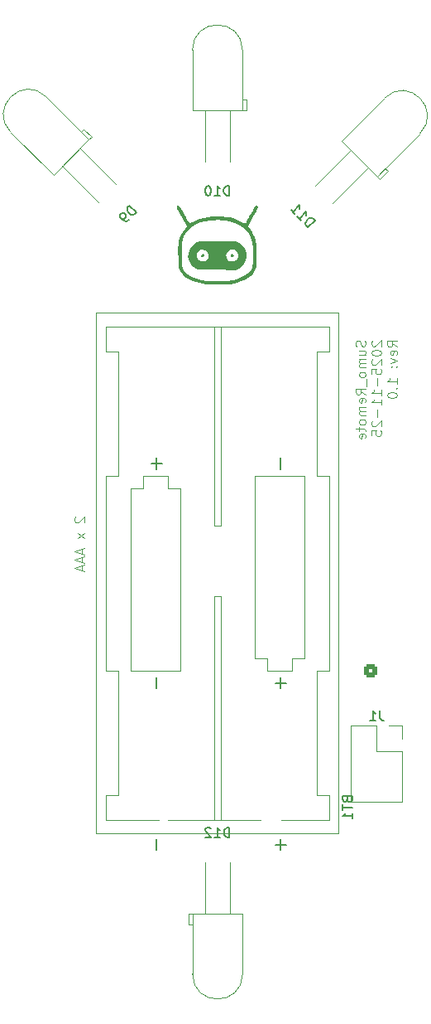
<source format=gbr>
%TF.GenerationSoftware,KiCad,Pcbnew,9.0.0*%
%TF.CreationDate,2025-12-02T16:05:52+02:00*%
%TF.ProjectId,Start_Stop_Remote,53746172-745f-4537-946f-705f52656d6f,rev?*%
%TF.SameCoordinates,Original*%
%TF.FileFunction,Legend,Bot*%
%TF.FilePolarity,Positive*%
%FSLAX46Y46*%
G04 Gerber Fmt 4.6, Leading zero omitted, Abs format (unit mm)*
G04 Created by KiCad (PCBNEW 9.0.0) date 2025-12-02 16:05:52*
%MOMM*%
%LPD*%
G01*
G04 APERTURE LIST*
G04 Aperture macros list*
%AMRoundRect*
0 Rectangle with rounded corners*
0 $1 Rounding radius*
0 $2 $3 $4 $5 $6 $7 $8 $9 X,Y pos of 4 corners*
0 Add a 4 corners polygon primitive as box body*
4,1,4,$2,$3,$4,$5,$6,$7,$8,$9,$2,$3,0*
0 Add four circle primitives for the rounded corners*
1,1,$1+$1,$2,$3*
1,1,$1+$1,$4,$5*
1,1,$1+$1,$6,$7*
1,1,$1+$1,$8,$9*
0 Add four rect primitives between the rounded corners*
20,1,$1+$1,$2,$3,$4,$5,0*
20,1,$1+$1,$4,$5,$6,$7,0*
20,1,$1+$1,$6,$7,$8,$9,0*
20,1,$1+$1,$8,$9,$2,$3,0*%
%AMRotRect*
0 Rectangle, with rotation*
0 The origin of the aperture is its center*
0 $1 length*
0 $2 width*
0 $3 Rotation angle, in degrees counterclockwise*
0 Add horizontal line*
21,1,$1,$2,0,0,$3*%
G04 Aperture macros list end*
%ADD10C,0.100000*%
%ADD11C,0.150000*%
%ADD12C,0.120000*%
%ADD13C,0.000000*%
%ADD14C,0.800000*%
%ADD15C,6.400000*%
%ADD16RoundRect,0.250000X0.450000X-0.450000X0.450000X0.450000X-0.450000X0.450000X-0.450000X-0.450000X0*%
%ADD17C,1.400000*%
%ADD18R,1.800000X1.800000*%
%ADD19C,1.800000*%
%ADD20R,1.700000X1.700000*%
%ADD21O,1.700000X1.700000*%
%ADD22RotRect,1.800000X1.800000X45.000000*%
%ADD23C,3.450000*%
%ADD24R,2.000000X2.000000*%
%ADD25C,2.000000*%
%ADD26RotRect,1.800000X1.800000X315.000000*%
G04 APERTURE END LIST*
D10*
X10467657Y-41256265D02*
X10420038Y-41303884D01*
X10420038Y-41303884D02*
X10372419Y-41399122D01*
X10372419Y-41399122D02*
X10372419Y-41637217D01*
X10372419Y-41637217D02*
X10420038Y-41732455D01*
X10420038Y-41732455D02*
X10467657Y-41780074D01*
X10467657Y-41780074D02*
X10562895Y-41827693D01*
X10562895Y-41827693D02*
X10658133Y-41827693D01*
X10658133Y-41827693D02*
X10800990Y-41780074D01*
X10800990Y-41780074D02*
X11372419Y-41208646D01*
X11372419Y-41208646D02*
X11372419Y-41827693D01*
X11372419Y-42922932D02*
X10705752Y-43446741D01*
X10705752Y-42922932D02*
X11372419Y-43446741D01*
X11086704Y-44541980D02*
X11086704Y-45018170D01*
X11372419Y-44446742D02*
X10372419Y-44780075D01*
X10372419Y-44780075D02*
X11372419Y-45113408D01*
X11086704Y-45399123D02*
X11086704Y-45875313D01*
X11372419Y-45303885D02*
X10372419Y-45637218D01*
X10372419Y-45637218D02*
X11372419Y-45970551D01*
X11086704Y-46256266D02*
X11086704Y-46732456D01*
X11372419Y-46161028D02*
X10372419Y-46494361D01*
X10372419Y-46494361D02*
X11372419Y-46827694D01*
X40104912Y-23256265D02*
X40152531Y-23399122D01*
X40152531Y-23399122D02*
X40152531Y-23637217D01*
X40152531Y-23637217D02*
X40104912Y-23732455D01*
X40104912Y-23732455D02*
X40057292Y-23780074D01*
X40057292Y-23780074D02*
X39962054Y-23827693D01*
X39962054Y-23827693D02*
X39866816Y-23827693D01*
X39866816Y-23827693D02*
X39771578Y-23780074D01*
X39771578Y-23780074D02*
X39723959Y-23732455D01*
X39723959Y-23732455D02*
X39676340Y-23637217D01*
X39676340Y-23637217D02*
X39628721Y-23446741D01*
X39628721Y-23446741D02*
X39581102Y-23351503D01*
X39581102Y-23351503D02*
X39533483Y-23303884D01*
X39533483Y-23303884D02*
X39438245Y-23256265D01*
X39438245Y-23256265D02*
X39343007Y-23256265D01*
X39343007Y-23256265D02*
X39247769Y-23303884D01*
X39247769Y-23303884D02*
X39200150Y-23351503D01*
X39200150Y-23351503D02*
X39152531Y-23446741D01*
X39152531Y-23446741D02*
X39152531Y-23684836D01*
X39152531Y-23684836D02*
X39200150Y-23827693D01*
X39485864Y-24684836D02*
X40152531Y-24684836D01*
X39485864Y-24256265D02*
X40009673Y-24256265D01*
X40009673Y-24256265D02*
X40104912Y-24303884D01*
X40104912Y-24303884D02*
X40152531Y-24399122D01*
X40152531Y-24399122D02*
X40152531Y-24541979D01*
X40152531Y-24541979D02*
X40104912Y-24637217D01*
X40104912Y-24637217D02*
X40057292Y-24684836D01*
X40152531Y-25161027D02*
X39485864Y-25161027D01*
X39581102Y-25161027D02*
X39533483Y-25208646D01*
X39533483Y-25208646D02*
X39485864Y-25303884D01*
X39485864Y-25303884D02*
X39485864Y-25446741D01*
X39485864Y-25446741D02*
X39533483Y-25541979D01*
X39533483Y-25541979D02*
X39628721Y-25589598D01*
X39628721Y-25589598D02*
X40152531Y-25589598D01*
X39628721Y-25589598D02*
X39533483Y-25637217D01*
X39533483Y-25637217D02*
X39485864Y-25732455D01*
X39485864Y-25732455D02*
X39485864Y-25875312D01*
X39485864Y-25875312D02*
X39533483Y-25970551D01*
X39533483Y-25970551D02*
X39628721Y-26018170D01*
X39628721Y-26018170D02*
X40152531Y-26018170D01*
X40152531Y-26637217D02*
X40104912Y-26541979D01*
X40104912Y-26541979D02*
X40057292Y-26494360D01*
X40057292Y-26494360D02*
X39962054Y-26446741D01*
X39962054Y-26446741D02*
X39676340Y-26446741D01*
X39676340Y-26446741D02*
X39581102Y-26494360D01*
X39581102Y-26494360D02*
X39533483Y-26541979D01*
X39533483Y-26541979D02*
X39485864Y-26637217D01*
X39485864Y-26637217D02*
X39485864Y-26780074D01*
X39485864Y-26780074D02*
X39533483Y-26875312D01*
X39533483Y-26875312D02*
X39581102Y-26922931D01*
X39581102Y-26922931D02*
X39676340Y-26970550D01*
X39676340Y-26970550D02*
X39962054Y-26970550D01*
X39962054Y-26970550D02*
X40057292Y-26922931D01*
X40057292Y-26922931D02*
X40104912Y-26875312D01*
X40104912Y-26875312D02*
X40152531Y-26780074D01*
X40152531Y-26780074D02*
X40152531Y-26637217D01*
X40247769Y-27161027D02*
X40247769Y-27922931D01*
X40152531Y-28732455D02*
X39676340Y-28399122D01*
X40152531Y-28161027D02*
X39152531Y-28161027D01*
X39152531Y-28161027D02*
X39152531Y-28541979D01*
X39152531Y-28541979D02*
X39200150Y-28637217D01*
X39200150Y-28637217D02*
X39247769Y-28684836D01*
X39247769Y-28684836D02*
X39343007Y-28732455D01*
X39343007Y-28732455D02*
X39485864Y-28732455D01*
X39485864Y-28732455D02*
X39581102Y-28684836D01*
X39581102Y-28684836D02*
X39628721Y-28637217D01*
X39628721Y-28637217D02*
X39676340Y-28541979D01*
X39676340Y-28541979D02*
X39676340Y-28161027D01*
X40104912Y-29541979D02*
X40152531Y-29446741D01*
X40152531Y-29446741D02*
X40152531Y-29256265D01*
X40152531Y-29256265D02*
X40104912Y-29161027D01*
X40104912Y-29161027D02*
X40009673Y-29113408D01*
X40009673Y-29113408D02*
X39628721Y-29113408D01*
X39628721Y-29113408D02*
X39533483Y-29161027D01*
X39533483Y-29161027D02*
X39485864Y-29256265D01*
X39485864Y-29256265D02*
X39485864Y-29446741D01*
X39485864Y-29446741D02*
X39533483Y-29541979D01*
X39533483Y-29541979D02*
X39628721Y-29589598D01*
X39628721Y-29589598D02*
X39723959Y-29589598D01*
X39723959Y-29589598D02*
X39819197Y-29113408D01*
X40152531Y-30018170D02*
X39485864Y-30018170D01*
X39581102Y-30018170D02*
X39533483Y-30065789D01*
X39533483Y-30065789D02*
X39485864Y-30161027D01*
X39485864Y-30161027D02*
X39485864Y-30303884D01*
X39485864Y-30303884D02*
X39533483Y-30399122D01*
X39533483Y-30399122D02*
X39628721Y-30446741D01*
X39628721Y-30446741D02*
X40152531Y-30446741D01*
X39628721Y-30446741D02*
X39533483Y-30494360D01*
X39533483Y-30494360D02*
X39485864Y-30589598D01*
X39485864Y-30589598D02*
X39485864Y-30732455D01*
X39485864Y-30732455D02*
X39533483Y-30827694D01*
X39533483Y-30827694D02*
X39628721Y-30875313D01*
X39628721Y-30875313D02*
X40152531Y-30875313D01*
X40152531Y-31494360D02*
X40104912Y-31399122D01*
X40104912Y-31399122D02*
X40057292Y-31351503D01*
X40057292Y-31351503D02*
X39962054Y-31303884D01*
X39962054Y-31303884D02*
X39676340Y-31303884D01*
X39676340Y-31303884D02*
X39581102Y-31351503D01*
X39581102Y-31351503D02*
X39533483Y-31399122D01*
X39533483Y-31399122D02*
X39485864Y-31494360D01*
X39485864Y-31494360D02*
X39485864Y-31637217D01*
X39485864Y-31637217D02*
X39533483Y-31732455D01*
X39533483Y-31732455D02*
X39581102Y-31780074D01*
X39581102Y-31780074D02*
X39676340Y-31827693D01*
X39676340Y-31827693D02*
X39962054Y-31827693D01*
X39962054Y-31827693D02*
X40057292Y-31780074D01*
X40057292Y-31780074D02*
X40104912Y-31732455D01*
X40104912Y-31732455D02*
X40152531Y-31637217D01*
X40152531Y-31637217D02*
X40152531Y-31494360D01*
X39485864Y-32113408D02*
X39485864Y-32494360D01*
X39152531Y-32256265D02*
X40009673Y-32256265D01*
X40009673Y-32256265D02*
X40104912Y-32303884D01*
X40104912Y-32303884D02*
X40152531Y-32399122D01*
X40152531Y-32399122D02*
X40152531Y-32494360D01*
X40104912Y-33208646D02*
X40152531Y-33113408D01*
X40152531Y-33113408D02*
X40152531Y-32922932D01*
X40152531Y-32922932D02*
X40104912Y-32827694D01*
X40104912Y-32827694D02*
X40009673Y-32780075D01*
X40009673Y-32780075D02*
X39628721Y-32780075D01*
X39628721Y-32780075D02*
X39533483Y-32827694D01*
X39533483Y-32827694D02*
X39485864Y-32922932D01*
X39485864Y-32922932D02*
X39485864Y-33113408D01*
X39485864Y-33113408D02*
X39533483Y-33208646D01*
X39533483Y-33208646D02*
X39628721Y-33256265D01*
X39628721Y-33256265D02*
X39723959Y-33256265D01*
X39723959Y-33256265D02*
X39819197Y-32780075D01*
X40857713Y-23256265D02*
X40810094Y-23303884D01*
X40810094Y-23303884D02*
X40762475Y-23399122D01*
X40762475Y-23399122D02*
X40762475Y-23637217D01*
X40762475Y-23637217D02*
X40810094Y-23732455D01*
X40810094Y-23732455D02*
X40857713Y-23780074D01*
X40857713Y-23780074D02*
X40952951Y-23827693D01*
X40952951Y-23827693D02*
X41048189Y-23827693D01*
X41048189Y-23827693D02*
X41191046Y-23780074D01*
X41191046Y-23780074D02*
X41762475Y-23208646D01*
X41762475Y-23208646D02*
X41762475Y-23827693D01*
X40762475Y-24446741D02*
X40762475Y-24541979D01*
X40762475Y-24541979D02*
X40810094Y-24637217D01*
X40810094Y-24637217D02*
X40857713Y-24684836D01*
X40857713Y-24684836D02*
X40952951Y-24732455D01*
X40952951Y-24732455D02*
X41143427Y-24780074D01*
X41143427Y-24780074D02*
X41381522Y-24780074D01*
X41381522Y-24780074D02*
X41571998Y-24732455D01*
X41571998Y-24732455D02*
X41667236Y-24684836D01*
X41667236Y-24684836D02*
X41714856Y-24637217D01*
X41714856Y-24637217D02*
X41762475Y-24541979D01*
X41762475Y-24541979D02*
X41762475Y-24446741D01*
X41762475Y-24446741D02*
X41714856Y-24351503D01*
X41714856Y-24351503D02*
X41667236Y-24303884D01*
X41667236Y-24303884D02*
X41571998Y-24256265D01*
X41571998Y-24256265D02*
X41381522Y-24208646D01*
X41381522Y-24208646D02*
X41143427Y-24208646D01*
X41143427Y-24208646D02*
X40952951Y-24256265D01*
X40952951Y-24256265D02*
X40857713Y-24303884D01*
X40857713Y-24303884D02*
X40810094Y-24351503D01*
X40810094Y-24351503D02*
X40762475Y-24446741D01*
X40857713Y-25161027D02*
X40810094Y-25208646D01*
X40810094Y-25208646D02*
X40762475Y-25303884D01*
X40762475Y-25303884D02*
X40762475Y-25541979D01*
X40762475Y-25541979D02*
X40810094Y-25637217D01*
X40810094Y-25637217D02*
X40857713Y-25684836D01*
X40857713Y-25684836D02*
X40952951Y-25732455D01*
X40952951Y-25732455D02*
X41048189Y-25732455D01*
X41048189Y-25732455D02*
X41191046Y-25684836D01*
X41191046Y-25684836D02*
X41762475Y-25113408D01*
X41762475Y-25113408D02*
X41762475Y-25732455D01*
X40762475Y-26637217D02*
X40762475Y-26161027D01*
X40762475Y-26161027D02*
X41238665Y-26113408D01*
X41238665Y-26113408D02*
X41191046Y-26161027D01*
X41191046Y-26161027D02*
X41143427Y-26256265D01*
X41143427Y-26256265D02*
X41143427Y-26494360D01*
X41143427Y-26494360D02*
X41191046Y-26589598D01*
X41191046Y-26589598D02*
X41238665Y-26637217D01*
X41238665Y-26637217D02*
X41333903Y-26684836D01*
X41333903Y-26684836D02*
X41571998Y-26684836D01*
X41571998Y-26684836D02*
X41667236Y-26637217D01*
X41667236Y-26637217D02*
X41714856Y-26589598D01*
X41714856Y-26589598D02*
X41762475Y-26494360D01*
X41762475Y-26494360D02*
X41762475Y-26256265D01*
X41762475Y-26256265D02*
X41714856Y-26161027D01*
X41714856Y-26161027D02*
X41667236Y-26113408D01*
X41381522Y-27113408D02*
X41381522Y-27875313D01*
X41762475Y-28875312D02*
X41762475Y-28303884D01*
X41762475Y-28589598D02*
X40762475Y-28589598D01*
X40762475Y-28589598D02*
X40905332Y-28494360D01*
X40905332Y-28494360D02*
X41000570Y-28399122D01*
X41000570Y-28399122D02*
X41048189Y-28303884D01*
X41762475Y-29827693D02*
X41762475Y-29256265D01*
X41762475Y-29541979D02*
X40762475Y-29541979D01*
X40762475Y-29541979D02*
X40905332Y-29446741D01*
X40905332Y-29446741D02*
X41000570Y-29351503D01*
X41000570Y-29351503D02*
X41048189Y-29256265D01*
X41381522Y-30256265D02*
X41381522Y-31018170D01*
X40857713Y-31446741D02*
X40810094Y-31494360D01*
X40810094Y-31494360D02*
X40762475Y-31589598D01*
X40762475Y-31589598D02*
X40762475Y-31827693D01*
X40762475Y-31827693D02*
X40810094Y-31922931D01*
X40810094Y-31922931D02*
X40857713Y-31970550D01*
X40857713Y-31970550D02*
X40952951Y-32018169D01*
X40952951Y-32018169D02*
X41048189Y-32018169D01*
X41048189Y-32018169D02*
X41191046Y-31970550D01*
X41191046Y-31970550D02*
X41762475Y-31399122D01*
X41762475Y-31399122D02*
X41762475Y-32018169D01*
X40762475Y-32922931D02*
X40762475Y-32446741D01*
X40762475Y-32446741D02*
X41238665Y-32399122D01*
X41238665Y-32399122D02*
X41191046Y-32446741D01*
X41191046Y-32446741D02*
X41143427Y-32541979D01*
X41143427Y-32541979D02*
X41143427Y-32780074D01*
X41143427Y-32780074D02*
X41191046Y-32875312D01*
X41191046Y-32875312D02*
X41238665Y-32922931D01*
X41238665Y-32922931D02*
X41333903Y-32970550D01*
X41333903Y-32970550D02*
X41571998Y-32970550D01*
X41571998Y-32970550D02*
X41667236Y-32922931D01*
X41667236Y-32922931D02*
X41714856Y-32875312D01*
X41714856Y-32875312D02*
X41762475Y-32780074D01*
X41762475Y-32780074D02*
X41762475Y-32541979D01*
X41762475Y-32541979D02*
X41714856Y-32446741D01*
X41714856Y-32446741D02*
X41667236Y-32399122D01*
X43372419Y-23875312D02*
X42896228Y-23541979D01*
X43372419Y-23303884D02*
X42372419Y-23303884D01*
X42372419Y-23303884D02*
X42372419Y-23684836D01*
X42372419Y-23684836D02*
X42420038Y-23780074D01*
X42420038Y-23780074D02*
X42467657Y-23827693D01*
X42467657Y-23827693D02*
X42562895Y-23875312D01*
X42562895Y-23875312D02*
X42705752Y-23875312D01*
X42705752Y-23875312D02*
X42800990Y-23827693D01*
X42800990Y-23827693D02*
X42848609Y-23780074D01*
X42848609Y-23780074D02*
X42896228Y-23684836D01*
X42896228Y-23684836D02*
X42896228Y-23303884D01*
X43324800Y-24684836D02*
X43372419Y-24589598D01*
X43372419Y-24589598D02*
X43372419Y-24399122D01*
X43372419Y-24399122D02*
X43324800Y-24303884D01*
X43324800Y-24303884D02*
X43229561Y-24256265D01*
X43229561Y-24256265D02*
X42848609Y-24256265D01*
X42848609Y-24256265D02*
X42753371Y-24303884D01*
X42753371Y-24303884D02*
X42705752Y-24399122D01*
X42705752Y-24399122D02*
X42705752Y-24589598D01*
X42705752Y-24589598D02*
X42753371Y-24684836D01*
X42753371Y-24684836D02*
X42848609Y-24732455D01*
X42848609Y-24732455D02*
X42943847Y-24732455D01*
X42943847Y-24732455D02*
X43039085Y-24256265D01*
X42705752Y-25065789D02*
X43372419Y-25303884D01*
X43372419Y-25303884D02*
X42705752Y-25541979D01*
X43277180Y-25922932D02*
X43324800Y-25970551D01*
X43324800Y-25970551D02*
X43372419Y-25922932D01*
X43372419Y-25922932D02*
X43324800Y-25875313D01*
X43324800Y-25875313D02*
X43277180Y-25922932D01*
X43277180Y-25922932D02*
X43372419Y-25922932D01*
X42753371Y-25922932D02*
X42800990Y-25970551D01*
X42800990Y-25970551D02*
X42848609Y-25922932D01*
X42848609Y-25922932D02*
X42800990Y-25875313D01*
X42800990Y-25875313D02*
X42753371Y-25922932D01*
X42753371Y-25922932D02*
X42848609Y-25922932D01*
X43372419Y-27684836D02*
X43372419Y-27113408D01*
X43372419Y-27399122D02*
X42372419Y-27399122D01*
X42372419Y-27399122D02*
X42515276Y-27303884D01*
X42515276Y-27303884D02*
X42610514Y-27208646D01*
X42610514Y-27208646D02*
X42658133Y-27113408D01*
X43277180Y-28113408D02*
X43324800Y-28161027D01*
X43324800Y-28161027D02*
X43372419Y-28113408D01*
X43372419Y-28113408D02*
X43324800Y-28065789D01*
X43324800Y-28065789D02*
X43277180Y-28113408D01*
X43277180Y-28113408D02*
X43372419Y-28113408D01*
X42372419Y-28780074D02*
X42372419Y-28875312D01*
X42372419Y-28875312D02*
X42420038Y-28970550D01*
X42420038Y-28970550D02*
X42467657Y-29018169D01*
X42467657Y-29018169D02*
X42562895Y-29065788D01*
X42562895Y-29065788D02*
X42753371Y-29113407D01*
X42753371Y-29113407D02*
X42991466Y-29113407D01*
X42991466Y-29113407D02*
X43181942Y-29065788D01*
X43181942Y-29065788D02*
X43277180Y-29018169D01*
X43277180Y-29018169D02*
X43324800Y-28970550D01*
X43324800Y-28970550D02*
X43372419Y-28875312D01*
X43372419Y-28875312D02*
X43372419Y-28780074D01*
X43372419Y-28780074D02*
X43324800Y-28684836D01*
X43324800Y-28684836D02*
X43277180Y-28637217D01*
X43277180Y-28637217D02*
X43181942Y-28589598D01*
X43181942Y-28589598D02*
X42991466Y-28541979D01*
X42991466Y-28541979D02*
X42753371Y-28541979D01*
X42753371Y-28541979D02*
X42562895Y-28589598D01*
X42562895Y-28589598D02*
X42467657Y-28637217D01*
X42467657Y-28637217D02*
X42420038Y-28684836D01*
X42420038Y-28684836D02*
X42372419Y-28780074D01*
D11*
X26219285Y-73969819D02*
X26219285Y-72969819D01*
X26219285Y-72969819D02*
X25981190Y-72969819D01*
X25981190Y-72969819D02*
X25838333Y-73017438D01*
X25838333Y-73017438D02*
X25743095Y-73112676D01*
X25743095Y-73112676D02*
X25695476Y-73207914D01*
X25695476Y-73207914D02*
X25647857Y-73398390D01*
X25647857Y-73398390D02*
X25647857Y-73541247D01*
X25647857Y-73541247D02*
X25695476Y-73731723D01*
X25695476Y-73731723D02*
X25743095Y-73826961D01*
X25743095Y-73826961D02*
X25838333Y-73922200D01*
X25838333Y-73922200D02*
X25981190Y-73969819D01*
X25981190Y-73969819D02*
X26219285Y-73969819D01*
X24695476Y-73969819D02*
X25266904Y-73969819D01*
X24981190Y-73969819D02*
X24981190Y-72969819D01*
X24981190Y-72969819D02*
X25076428Y-73112676D01*
X25076428Y-73112676D02*
X25171666Y-73207914D01*
X25171666Y-73207914D02*
X25266904Y-73255533D01*
X24314523Y-73065057D02*
X24266904Y-73017438D01*
X24266904Y-73017438D02*
X24171666Y-72969819D01*
X24171666Y-72969819D02*
X23933571Y-72969819D01*
X23933571Y-72969819D02*
X23838333Y-73017438D01*
X23838333Y-73017438D02*
X23790714Y-73065057D01*
X23790714Y-73065057D02*
X23743095Y-73160295D01*
X23743095Y-73160295D02*
X23743095Y-73255533D01*
X23743095Y-73255533D02*
X23790714Y-73398390D01*
X23790714Y-73398390D02*
X24362142Y-73969819D01*
X24362142Y-73969819D02*
X23743095Y-73969819D01*
X26209285Y-8439819D02*
X26209285Y-7439819D01*
X26209285Y-7439819D02*
X25971190Y-7439819D01*
X25971190Y-7439819D02*
X25828333Y-7487438D01*
X25828333Y-7487438D02*
X25733095Y-7582676D01*
X25733095Y-7582676D02*
X25685476Y-7677914D01*
X25685476Y-7677914D02*
X25637857Y-7868390D01*
X25637857Y-7868390D02*
X25637857Y-8011247D01*
X25637857Y-8011247D02*
X25685476Y-8201723D01*
X25685476Y-8201723D02*
X25733095Y-8296961D01*
X25733095Y-8296961D02*
X25828333Y-8392200D01*
X25828333Y-8392200D02*
X25971190Y-8439819D01*
X25971190Y-8439819D02*
X26209285Y-8439819D01*
X24685476Y-8439819D02*
X25256904Y-8439819D01*
X24971190Y-8439819D02*
X24971190Y-7439819D01*
X24971190Y-7439819D02*
X25066428Y-7582676D01*
X25066428Y-7582676D02*
X25161666Y-7677914D01*
X25161666Y-7677914D02*
X25256904Y-7725533D01*
X24066428Y-7439819D02*
X23971190Y-7439819D01*
X23971190Y-7439819D02*
X23875952Y-7487438D01*
X23875952Y-7487438D02*
X23828333Y-7535057D01*
X23828333Y-7535057D02*
X23780714Y-7630295D01*
X23780714Y-7630295D02*
X23733095Y-7820771D01*
X23733095Y-7820771D02*
X23733095Y-8058866D01*
X23733095Y-8058866D02*
X23780714Y-8249342D01*
X23780714Y-8249342D02*
X23828333Y-8344580D01*
X23828333Y-8344580D02*
X23875952Y-8392200D01*
X23875952Y-8392200D02*
X23971190Y-8439819D01*
X23971190Y-8439819D02*
X24066428Y-8439819D01*
X24066428Y-8439819D02*
X24161666Y-8392200D01*
X24161666Y-8392200D02*
X24209285Y-8344580D01*
X24209285Y-8344580D02*
X24256904Y-8249342D01*
X24256904Y-8249342D02*
X24304523Y-8058866D01*
X24304523Y-8058866D02*
X24304523Y-7820771D01*
X24304523Y-7820771D02*
X24256904Y-7630295D01*
X24256904Y-7630295D02*
X24209285Y-7535057D01*
X24209285Y-7535057D02*
X24161666Y-7487438D01*
X24161666Y-7487438D02*
X24066428Y-7439819D01*
X41603333Y-61044819D02*
X41603333Y-61759104D01*
X41603333Y-61759104D02*
X41650952Y-61901961D01*
X41650952Y-61901961D02*
X41746190Y-61997200D01*
X41746190Y-61997200D02*
X41889047Y-62044819D01*
X41889047Y-62044819D02*
X41984285Y-62044819D01*
X40603333Y-62044819D02*
X41174761Y-62044819D01*
X40889047Y-62044819D02*
X40889047Y-61044819D01*
X40889047Y-61044819D02*
X40984285Y-61187676D01*
X40984285Y-61187676D02*
X41079523Y-61282914D01*
X41079523Y-61282914D02*
X41174761Y-61330533D01*
X16693336Y-10156584D02*
X15986229Y-9449478D01*
X15986229Y-9449478D02*
X15817870Y-9617836D01*
X15817870Y-9617836D02*
X15750527Y-9752523D01*
X15750527Y-9752523D02*
X15750527Y-9887210D01*
X15750527Y-9887210D02*
X15784199Y-9988226D01*
X15784199Y-9988226D02*
X15885214Y-10156584D01*
X15885214Y-10156584D02*
X15986229Y-10257600D01*
X15986229Y-10257600D02*
X16154588Y-10358615D01*
X16154588Y-10358615D02*
X16255603Y-10392287D01*
X16255603Y-10392287D02*
X16390290Y-10392287D01*
X16390290Y-10392287D02*
X16524977Y-10324943D01*
X16524977Y-10324943D02*
X16693336Y-10156584D01*
X15952557Y-10897363D02*
X15817870Y-11032050D01*
X15817870Y-11032050D02*
X15716855Y-11065722D01*
X15716855Y-11065722D02*
X15649512Y-11065722D01*
X15649512Y-11065722D02*
X15481153Y-11032050D01*
X15481153Y-11032050D02*
X15312794Y-10931035D01*
X15312794Y-10931035D02*
X15043420Y-10661661D01*
X15043420Y-10661661D02*
X15009748Y-10560645D01*
X15009748Y-10560645D02*
X15009748Y-10493302D01*
X15009748Y-10493302D02*
X15043420Y-10392287D01*
X15043420Y-10392287D02*
X15178107Y-10257600D01*
X15178107Y-10257600D02*
X15279122Y-10223928D01*
X15279122Y-10223928D02*
X15346466Y-10223928D01*
X15346466Y-10223928D02*
X15447481Y-10257600D01*
X15447481Y-10257600D02*
X15615840Y-10425958D01*
X15615840Y-10425958D02*
X15649512Y-10526974D01*
X15649512Y-10526974D02*
X15649512Y-10594317D01*
X15649512Y-10594317D02*
X15615840Y-10695332D01*
X15615840Y-10695332D02*
X15481153Y-10830019D01*
X15481153Y-10830019D02*
X15380138Y-10863691D01*
X15380138Y-10863691D02*
X15312794Y-10863691D01*
X15312794Y-10863691D02*
X15211779Y-10830019D01*
X38281009Y-70114285D02*
X38328628Y-70257142D01*
X38328628Y-70257142D02*
X38376247Y-70304761D01*
X38376247Y-70304761D02*
X38471485Y-70352380D01*
X38471485Y-70352380D02*
X38614342Y-70352380D01*
X38614342Y-70352380D02*
X38709580Y-70304761D01*
X38709580Y-70304761D02*
X38757200Y-70257142D01*
X38757200Y-70257142D02*
X38804819Y-70161904D01*
X38804819Y-70161904D02*
X38804819Y-69780952D01*
X38804819Y-69780952D02*
X37804819Y-69780952D01*
X37804819Y-69780952D02*
X37804819Y-70114285D01*
X37804819Y-70114285D02*
X37852438Y-70209523D01*
X37852438Y-70209523D02*
X37900057Y-70257142D01*
X37900057Y-70257142D02*
X37995295Y-70304761D01*
X37995295Y-70304761D02*
X38090533Y-70304761D01*
X38090533Y-70304761D02*
X38185771Y-70257142D01*
X38185771Y-70257142D02*
X38233390Y-70209523D01*
X38233390Y-70209523D02*
X38281009Y-70114285D01*
X38281009Y-70114285D02*
X38281009Y-69780952D01*
X37804819Y-70638095D02*
X37804819Y-71209523D01*
X38804819Y-70923809D02*
X37804819Y-70923809D01*
X38804819Y-72066666D02*
X38804819Y-71495238D01*
X38804819Y-71780952D02*
X37804819Y-71780952D01*
X37804819Y-71780952D02*
X37947676Y-71685714D01*
X37947676Y-71685714D02*
X38042914Y-71590476D01*
X38042914Y-71590476D02*
X38090533Y-71495238D01*
X31464700Y-74138571D02*
X31464700Y-75281429D01*
X32036128Y-74710000D02*
X30893271Y-74710000D01*
X18764700Y-35228571D02*
X18764700Y-36371429D01*
X19336128Y-35800000D02*
X18193271Y-35800000D01*
X31464700Y-57628571D02*
X31464700Y-58771429D01*
X32036128Y-58200000D02*
X30893271Y-58200000D01*
X18764700Y-74138571D02*
X18764700Y-75281429D01*
X31464700Y-35228571D02*
X31464700Y-36371429D01*
X18764700Y-57628571D02*
X18764700Y-58771429D01*
X34253069Y-11668139D02*
X34960175Y-10961032D01*
X34960175Y-10961032D02*
X34791817Y-10792673D01*
X34791817Y-10792673D02*
X34657130Y-10725330D01*
X34657130Y-10725330D02*
X34522443Y-10725330D01*
X34522443Y-10725330D02*
X34421427Y-10759002D01*
X34421427Y-10759002D02*
X34253069Y-10860017D01*
X34253069Y-10860017D02*
X34152053Y-10961032D01*
X34152053Y-10961032D02*
X34051038Y-11129391D01*
X34051038Y-11129391D02*
X34017366Y-11230406D01*
X34017366Y-11230406D02*
X34017366Y-11365093D01*
X34017366Y-11365093D02*
X34084710Y-11499780D01*
X34084710Y-11499780D02*
X34253069Y-11668139D01*
X33175573Y-10590643D02*
X33579634Y-10994704D01*
X33377603Y-10792673D02*
X34084710Y-10085567D01*
X34084710Y-10085567D02*
X34051038Y-10253925D01*
X34051038Y-10253925D02*
X34051038Y-10388612D01*
X34051038Y-10388612D02*
X34084710Y-10489628D01*
X32502137Y-9917208D02*
X32906198Y-10321269D01*
X32704168Y-10119238D02*
X33411275Y-9412131D01*
X33411275Y-9412131D02*
X33377603Y-9580490D01*
X33377603Y-9580490D02*
X33377603Y-9715177D01*
X33377603Y-9715177D02*
X33411275Y-9816192D01*
D12*
%TO.C,D12*%
X22045000Y-81765000D02*
X22045000Y-82885000D01*
X22045000Y-82885000D02*
X22445000Y-82885000D01*
X22445000Y-81765000D02*
X22045000Y-81765000D01*
X22445000Y-81765000D02*
X22445000Y-87925000D01*
X22445000Y-82885000D02*
X22445000Y-81765000D01*
X23735000Y-76555000D02*
X23735000Y-76555000D01*
X23735000Y-76555000D02*
X23735000Y-81765000D01*
X23735000Y-81765000D02*
X23735000Y-76555000D01*
X23735000Y-81765000D02*
X23735000Y-81765000D01*
X26275000Y-76555000D02*
X26275000Y-76555000D01*
X26275000Y-76555000D02*
X26275000Y-81765000D01*
X26275000Y-81765000D02*
X26275000Y-76555000D01*
X26275000Y-81765000D02*
X26275000Y-81765000D01*
X27565000Y-81765000D02*
X22445000Y-81765000D01*
X27565000Y-81765000D02*
X27565000Y-87925000D01*
X27565000Y-87925000D02*
G75*
G02*
X22445000Y-87925000I-2560000J0D01*
G01*
%TO.C,D10*%
X22435000Y265000D02*
X22435000Y6425000D01*
X22435000Y265000D02*
X27555000Y265000D01*
X23725000Y265000D02*
X23725000Y265000D01*
X23725000Y265000D02*
X23725000Y-4945000D01*
X23725000Y-4945000D02*
X23725000Y265000D01*
X23725000Y-4945000D02*
X23725000Y-4945000D01*
X26265000Y265000D02*
X26265000Y265000D01*
X26265000Y265000D02*
X26265000Y-4945000D01*
X26265000Y-4945000D02*
X26265000Y265000D01*
X26265000Y-4945000D02*
X26265000Y-4945000D01*
X27555000Y1385000D02*
X27555000Y265000D01*
X27555000Y265000D02*
X27555000Y6425000D01*
X27555000Y265000D02*
X27955000Y265000D01*
X27955000Y1385000D02*
X27555000Y1385000D01*
X27955000Y265000D02*
X27955000Y1385000D01*
X22435000Y6425000D02*
G75*
G02*
X27555000Y6425000I2560000J0D01*
G01*
D13*
%TO.C,G\u002A\u002A\u002A*%
G36*
X26600182Y-14425034D02*
G01*
X26667803Y-14516171D01*
X26655239Y-14655912D01*
X26613042Y-14705966D01*
X26493978Y-14726468D01*
X26397748Y-14683563D01*
X26366726Y-14567287D01*
X26393094Y-14456832D01*
X26493978Y-14408105D01*
X26600182Y-14425034D01*
G37*
G36*
X23547707Y-14419911D02*
G01*
X23617950Y-14515021D01*
X23608759Y-14651953D01*
X23604779Y-14660829D01*
X23521985Y-14723420D01*
X23405716Y-14731687D01*
X23318414Y-14679670D01*
X23312269Y-14668432D01*
X23305623Y-14552900D01*
X23365732Y-14445373D01*
X23465412Y-14397953D01*
X23547707Y-14419911D01*
G37*
G36*
X27977635Y-14700268D02*
G01*
X27904082Y-15047923D01*
X27747800Y-15371968D01*
X27508700Y-15655066D01*
X27186687Y-15879881D01*
X26879823Y-16040188D01*
X24929941Y-16023404D01*
X24486810Y-16019243D01*
X24041010Y-16013754D01*
X23686327Y-16007193D01*
X23410814Y-15998920D01*
X23202523Y-15988296D01*
X23049505Y-15974681D01*
X22939811Y-15957435D01*
X22861494Y-15935918D01*
X22802605Y-15909490D01*
X22592717Y-15765985D01*
X22324015Y-15484454D01*
X22116775Y-15139514D01*
X22105697Y-15115079D01*
X22028101Y-14910333D01*
X21998407Y-14722567D01*
X21999708Y-14681419D01*
X22867493Y-14681419D01*
X22966613Y-14898050D01*
X23176063Y-15091988D01*
X23304325Y-15157234D01*
X23522552Y-15183574D01*
X23732285Y-15122759D01*
X23910544Y-14988454D01*
X24034351Y-14794323D01*
X24080726Y-14554030D01*
X24080369Y-14549083D01*
X25886948Y-14549083D01*
X25887527Y-14554030D01*
X25907686Y-14726323D01*
X26018295Y-14943510D01*
X26226238Y-15103831D01*
X26429660Y-15170240D01*
X26671543Y-15156563D01*
X26884667Y-15047460D01*
X27043350Y-14850881D01*
X27108492Y-14685019D01*
X27113110Y-14468978D01*
X27015600Y-14241324D01*
X26945468Y-14145249D01*
X26751262Y-13996382D01*
X26526434Y-13943881D01*
X26294471Y-13990329D01*
X26078859Y-14138309D01*
X25986849Y-14239501D01*
X25907963Y-14381542D01*
X25886948Y-14549083D01*
X24080369Y-14549083D01*
X24071994Y-14432946D01*
X24016504Y-14289200D01*
X23888815Y-14138309D01*
X23734868Y-14021376D01*
X23507601Y-13950526D01*
X23281795Y-13978404D01*
X23080638Y-14100785D01*
X22927322Y-14313446D01*
X22878966Y-14442908D01*
X22867493Y-14681419D01*
X21999708Y-14681419D01*
X22005812Y-14488399D01*
X22008483Y-14458427D01*
X22098475Y-14057050D01*
X22278798Y-13703343D01*
X22538322Y-13413906D01*
X22865918Y-13205343D01*
X22933303Y-13178282D01*
X23015757Y-13155419D01*
X23122754Y-13137569D01*
X23266912Y-13124111D01*
X23460854Y-13114425D01*
X23717199Y-13107888D01*
X24048569Y-13103881D01*
X24467584Y-13101783D01*
X24986866Y-13100971D01*
X26880783Y-13099731D01*
X27172763Y-13245231D01*
X27446401Y-13420279D01*
X27702843Y-13689008D01*
X27876924Y-14003474D01*
X27968552Y-14346340D01*
X27971699Y-14468978D01*
X27977635Y-14700268D01*
G37*
G36*
X28984971Y-15123890D02*
G01*
X28974938Y-15454636D01*
X28950567Y-15716116D01*
X28908244Y-15924432D01*
X28844354Y-16095688D01*
X28755284Y-16245986D01*
X28637418Y-16391430D01*
X28487142Y-16548124D01*
X28353822Y-16671145D01*
X27927988Y-16967651D01*
X27415306Y-17207572D01*
X26825952Y-17386723D01*
X26170104Y-17500919D01*
X25939682Y-17521929D01*
X25543682Y-17541521D01*
X25101364Y-17549150D01*
X24651394Y-17544827D01*
X24232441Y-17528561D01*
X23883170Y-17500361D01*
X23462710Y-17440606D01*
X22821010Y-17292799D01*
X22268267Y-17087378D01*
X21807296Y-16825758D01*
X21440913Y-16509350D01*
X21171935Y-16139569D01*
X21004504Y-15837287D01*
X20986536Y-14618538D01*
X20985991Y-14580920D01*
X20984814Y-14465047D01*
X21371393Y-14465047D01*
X21371543Y-14667904D01*
X21374299Y-15068406D01*
X21383356Y-15379783D01*
X21402342Y-15618669D01*
X21434881Y-15801699D01*
X21484599Y-15945508D01*
X21555123Y-16066731D01*
X21650078Y-16182002D01*
X21773091Y-16307957D01*
X21941661Y-16455945D01*
X22341922Y-16710020D01*
X22821691Y-16912030D01*
X23364393Y-17055691D01*
X23953456Y-17134717D01*
X24257754Y-17156204D01*
X24619198Y-17177525D01*
X24920710Y-17188079D01*
X25193130Y-17188285D01*
X25467299Y-17178558D01*
X25774059Y-17159315D01*
X25923364Y-17147195D01*
X26582324Y-17054852D01*
X27159724Y-16906294D01*
X27651220Y-16703645D01*
X28052471Y-16449032D01*
X28359132Y-16144580D01*
X28566862Y-15792414D01*
X28567049Y-15791965D01*
X28603874Y-15639536D01*
X28631236Y-15397937D01*
X28649179Y-15090378D01*
X28657751Y-14740073D01*
X28656996Y-14370234D01*
X28646961Y-14004073D01*
X28627693Y-13664802D01*
X28599236Y-13375635D01*
X28561638Y-13159782D01*
X28385682Y-12651813D01*
X28113133Y-12187059D01*
X27753539Y-11789359D01*
X27311718Y-11463034D01*
X26792486Y-11212406D01*
X26200661Y-11041797D01*
X25893573Y-10994739D01*
X25473368Y-10961354D01*
X25013015Y-10949264D01*
X24550110Y-10958482D01*
X24122245Y-10989022D01*
X23767013Y-11040899D01*
X23704711Y-11054264D01*
X23214292Y-11203951D01*
X22750999Y-11420491D01*
X22336098Y-11690326D01*
X21990850Y-11999896D01*
X21736521Y-12335644D01*
X21660366Y-12469796D01*
X21564173Y-12663144D01*
X21491707Y-12855420D01*
X21439715Y-13065605D01*
X21404942Y-13312681D01*
X21384134Y-13615626D01*
X21374035Y-13993421D01*
X21371393Y-14465047D01*
X20984814Y-14465047D01*
X20981650Y-14153524D01*
X20982893Y-13819081D01*
X20990590Y-13559179D01*
X21005614Y-13355407D01*
X21028835Y-13189353D01*
X21061124Y-13042607D01*
X21208949Y-12605525D01*
X21421740Y-12175378D01*
X21673334Y-11811686D01*
X21871903Y-11574014D01*
X21340254Y-10657650D01*
X21178756Y-10376251D01*
X21012645Y-10074226D01*
X20900089Y-9847341D01*
X20836899Y-9684188D01*
X20818886Y-9573357D01*
X20841862Y-9503441D01*
X20901636Y-9463029D01*
X20922731Y-9455736D01*
X20971409Y-9450850D01*
X21022562Y-9473939D01*
X21085060Y-9536707D01*
X21167772Y-9650855D01*
X21279570Y-9828088D01*
X21429323Y-10080109D01*
X21625901Y-10418620D01*
X21759028Y-10648345D01*
X21904373Y-10897722D01*
X22022104Y-11098101D01*
X22102649Y-11233204D01*
X22136434Y-11286754D01*
X22151506Y-11285903D01*
X22245617Y-11249987D01*
X22404575Y-11176314D01*
X22604757Y-11075540D01*
X22785033Y-10985863D01*
X23157738Y-10830876D01*
X23538305Y-10719572D01*
X23952401Y-10646779D01*
X24425690Y-10607323D01*
X24983837Y-10596033D01*
X25045779Y-10596228D01*
X25539446Y-10606507D01*
X25950192Y-10635740D01*
X26304248Y-10689026D01*
X26627847Y-10771467D01*
X26947218Y-10888164D01*
X27288593Y-11044218D01*
X27453983Y-11123781D01*
X27645978Y-11211096D01*
X27781377Y-11266420D01*
X27838110Y-11280273D01*
X27861761Y-11243645D01*
X27934233Y-11122608D01*
X28045472Y-10933190D01*
X28185868Y-10691771D01*
X28345813Y-10414732D01*
X28472592Y-10196066D01*
X28625664Y-9936691D01*
X28755269Y-9722287D01*
X28850651Y-9570586D01*
X28901052Y-9499324D01*
X28980989Y-9458354D01*
X29098150Y-9478937D01*
X29180437Y-9570126D01*
X29181114Y-9573514D01*
X29156871Y-9653460D01*
X29084344Y-9812543D01*
X28971718Y-10034562D01*
X28827177Y-10303313D01*
X28658904Y-10602596D01*
X28108931Y-11560954D01*
X28379187Y-11920225D01*
X28529065Y-12143376D01*
X28685768Y-12420577D01*
X28803736Y-12675502D01*
X28850178Y-12798175D01*
X28889156Y-12918019D01*
X28918128Y-13041807D01*
X28938992Y-13187696D01*
X28953647Y-13373841D01*
X28963989Y-13618399D01*
X28971916Y-13939526D01*
X28979327Y-14355377D01*
X28984282Y-14707772D01*
X28984335Y-14740073D01*
X28984971Y-15123890D01*
G37*
D12*
%TO.C,J1*%
X38670000Y-62590000D02*
X38670000Y-70330000D01*
X41270000Y-62590000D02*
X38670000Y-62590000D01*
X41270000Y-65190000D02*
X41270000Y-62590000D01*
X43870000Y-62590000D02*
X42540000Y-62590000D01*
X43870000Y-63920000D02*
X43870000Y-62590000D01*
X43870000Y-65190000D02*
X41270000Y-65190000D01*
X43870000Y-65190000D02*
X43870000Y-70330000D01*
X43870000Y-70330000D02*
X38670000Y-70330000D01*
%TO.C,D9*%
X8205995Y-6333453D02*
X3850217Y-1977675D01*
X8205995Y-6333453D02*
X11826381Y-2713066D01*
X9118162Y-5421285D02*
X9118162Y-5421285D01*
X9118162Y-5421285D02*
X12802189Y-9105312D01*
X10914214Y-3625234D02*
X10914214Y-3625234D01*
X10914214Y-3625234D02*
X14598240Y-7309260D01*
X11034422Y-1921107D02*
X11826381Y-2713066D01*
X11317264Y-1638264D02*
X11034422Y-1921107D01*
X11826381Y-2713066D02*
X7470604Y1642711D01*
X11826381Y-2713066D02*
X12109224Y-2430224D01*
X12109224Y-2430224D02*
X11317264Y-1638264D01*
X12802189Y-9105312D02*
X9118162Y-5421285D01*
X12802189Y-9105312D02*
X12802189Y-9105312D01*
X14598240Y-7309260D02*
X10914214Y-3625234D01*
X14598240Y-7309260D02*
X14598240Y-7309260D01*
X3850217Y-1977675D02*
G75*
G02*
X7470603Y1642711I1810193J1810193D01*
G01*
%TO.C,BT1*%
X12595000Y-73600000D02*
X12595000Y-20400000D01*
X12600000Y-20400000D02*
X37400000Y-20400000D01*
X13570000Y-21830000D02*
X13570000Y-24370000D01*
X13570000Y-24370000D02*
X14840000Y-24370000D01*
X13570000Y-37070000D02*
X14840000Y-37070000D01*
X13570000Y-56930000D02*
X13570000Y-37070000D01*
X13570000Y-69630000D02*
X14840000Y-69630000D01*
X13570000Y-72170000D02*
X13570000Y-69630000D01*
X14840000Y-24370000D02*
X14840000Y-37070000D01*
X14840000Y-56930000D02*
X13570000Y-56930000D01*
X14840000Y-69630000D02*
X14840000Y-56930000D01*
X16110000Y-38340000D02*
X16110000Y-56930000D01*
X16110000Y-56930000D02*
X21190000Y-56930000D01*
X17380000Y-37070000D02*
X17380000Y-38340000D01*
X17380000Y-38340000D02*
X16110000Y-38340000D01*
X19920000Y-37070000D02*
X17380000Y-37070000D01*
X19920000Y-38340000D02*
X19920000Y-37070000D01*
X21190000Y-38340000D02*
X19920000Y-38340000D01*
X21190000Y-56930000D02*
X21190000Y-38340000D01*
X24650000Y-42150000D02*
X24650000Y-21830000D01*
X24650000Y-49310000D02*
X24650000Y-72170000D01*
X25350000Y-21830000D02*
X25350000Y-42150000D01*
X25350000Y-42150000D02*
X24650000Y-42150000D01*
X25350000Y-49310000D02*
X24650000Y-49310000D01*
X25350000Y-72170000D02*
X25350000Y-49310000D01*
X28810000Y-37070000D02*
X28810000Y-55660000D01*
X28810000Y-55660000D02*
X30080000Y-55660000D01*
X30080000Y-55660000D02*
X30080000Y-56930000D01*
X30080000Y-56930000D02*
X32620000Y-56930000D01*
X32620000Y-55660000D02*
X33890000Y-55660000D01*
X32620000Y-56930000D02*
X32620000Y-55660000D01*
X33890000Y-37070000D02*
X28810000Y-37070000D01*
X33890000Y-55660000D02*
X33890000Y-37070000D01*
X35160000Y-24370000D02*
X35160000Y-37070000D01*
X35160000Y-37070000D02*
X36430000Y-37070000D01*
X35160000Y-69630000D02*
X35160000Y-56930000D01*
X35160000Y-69630000D02*
X36430000Y-69630000D01*
X36430000Y-21830000D02*
X13570000Y-21830000D01*
X36430000Y-21830000D02*
X36430000Y-24370000D01*
X36430000Y-24370000D02*
X35160000Y-24370000D01*
X36430000Y-37070000D02*
X36430000Y-56930000D01*
X36430000Y-56930000D02*
X35160000Y-56930000D01*
X36430000Y-69630000D02*
X36430000Y-72170000D01*
X36430000Y-72170000D02*
X13570000Y-72170000D01*
X37400000Y-73600000D02*
X12600000Y-73600000D01*
X37405000Y-20400000D02*
X37405000Y-73600000D01*
%TO.C,D11*%
X34967624Y-7440274D02*
X34967624Y-7440274D01*
X34967624Y-7440274D02*
X38651651Y-3756247D01*
X36763676Y-9236325D02*
X36763676Y-9236325D01*
X36763676Y-9236325D02*
X40447702Y-5552299D01*
X37739483Y-2844080D02*
X41359870Y-6464466D01*
X37739483Y-2844080D02*
X42095261Y1511698D01*
X38651651Y-3756247D02*
X34967624Y-7440274D01*
X38651651Y-3756247D02*
X38651651Y-3756247D01*
X40447702Y-5552299D02*
X36763676Y-9236325D01*
X40447702Y-5552299D02*
X40447702Y-5552299D01*
X41359870Y-6464466D02*
X41642712Y-6747309D01*
X41359870Y-6464466D02*
X45715647Y-2108689D01*
X41642712Y-6747309D02*
X42434672Y-5955349D01*
X42151829Y-5672507D02*
X41359870Y-6464466D01*
X42434672Y-5955349D02*
X42151829Y-5672507D01*
X42095261Y1511698D02*
G75*
G02*
X45715647Y-2108688I1810193J-1810193D01*
G01*
%TD*%
%LPC*%
D14*
%TO.C,H1*%
X7100000Y-18000000D03*
X7802944Y-16302944D03*
X7802944Y-19697056D03*
X9500000Y-15600000D03*
D15*
X9500000Y-18000000D03*
D14*
X9500000Y-20400000D03*
X11197056Y-16302944D03*
X11197056Y-19697056D03*
X11900000Y-18000000D03*
%TD*%
%TO.C,H3*%
X6600000Y-76000000D03*
X7302944Y-74302944D03*
X7302944Y-77697056D03*
X9000000Y-73600000D03*
D15*
X9000000Y-76000000D03*
D14*
X9000000Y-78400000D03*
X10697056Y-74302944D03*
X10697056Y-77697056D03*
X11400000Y-76000000D03*
%TD*%
D16*
%TO.C,SW6*%
X40700000Y-57000000D03*
D17*
X40700000Y-54500000D03*
X40700000Y-52000000D03*
X44000000Y-52000000D03*
X44000000Y-54500000D03*
X44000000Y-57000000D03*
%TD*%
D14*
%TO.C,H2*%
X38100000Y-18000000D03*
X38802944Y-16302944D03*
X38802944Y-19697056D03*
X40500000Y-15600000D03*
D15*
X40500000Y-18000000D03*
D14*
X40500000Y-20400000D03*
X42197056Y-16302944D03*
X42197056Y-19697056D03*
X42900000Y-18000000D03*
%TD*%
%TO.C,H4*%
X38600000Y-76000000D03*
X39302944Y-74302944D03*
X39302944Y-77697056D03*
X41000000Y-73600000D03*
D15*
X41000000Y-76000000D03*
D14*
X41000000Y-78400000D03*
X42697056Y-74302944D03*
X42697056Y-77697056D03*
X43400000Y-76000000D03*
%TD*%
D18*
%TO.C,D12*%
X26275000Y-75475000D03*
D19*
X23735000Y-75475000D03*
%TD*%
D18*
%TO.C,D10*%
X23725000Y-6025000D03*
D19*
X26265000Y-6025000D03*
%TD*%
D20*
%TO.C,J1*%
X42540000Y-63920000D03*
D21*
X40000000Y-63920000D03*
X42540000Y-66460000D03*
X40000000Y-66460000D03*
X42540000Y-69000000D03*
X40000000Y-69000000D03*
%TD*%
D22*
%TO.C,D9*%
X13565864Y-9868987D03*
D19*
X15361915Y-8072936D03*
%TD*%
D23*
%TO.C,BT1*%
X22650000Y-32290000D03*
D24*
X30500000Y-71400000D03*
D25*
X19500000Y-71400000D03*
%TD*%
D26*
%TO.C,D11*%
X34203949Y-8203949D03*
D19*
X36000000Y-10000000D03*
%TD*%
%LPD*%
M02*

</source>
